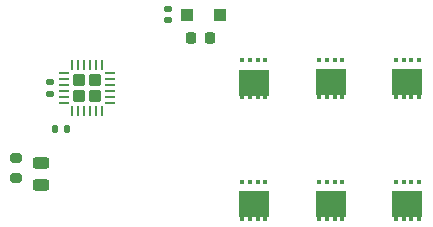
<source format=gbp>
G04 #@! TF.GenerationSoftware,KiCad,Pcbnew,6.0.1-79c1e3a40b~116~ubuntu21.04.1*
G04 #@! TF.CreationDate,2022-02-15T17:28:43-05:00*
G04 #@! TF.ProjectId,ESC_V5,4553435f-5635-42e6-9b69-6361645f7063,rev?*
G04 #@! TF.SameCoordinates,Original*
G04 #@! TF.FileFunction,Paste,Bot*
G04 #@! TF.FilePolarity,Positive*
%FSLAX46Y46*%
G04 Gerber Fmt 4.6, Leading zero omitted, Abs format (unit mm)*
G04 Created by KiCad (PCBNEW 6.0.1-79c1e3a40b~116~ubuntu21.04.1) date 2022-02-15 17:28:43*
%MOMM*%
%LPD*%
G01*
G04 APERTURE LIST*
G04 Aperture macros list*
%AMRoundRect*
0 Rectangle with rounded corners*
0 $1 Rounding radius*
0 $2 $3 $4 $5 $6 $7 $8 $9 X,Y pos of 4 corners*
0 Add a 4 corners polygon primitive as box body*
4,1,4,$2,$3,$4,$5,$6,$7,$8,$9,$2,$3,0*
0 Add four circle primitives for the rounded corners*
1,1,$1+$1,$2,$3*
1,1,$1+$1,$4,$5*
1,1,$1+$1,$6,$7*
1,1,$1+$1,$8,$9*
0 Add four rect primitives between the rounded corners*
20,1,$1+$1,$2,$3,$4,$5,0*
20,1,$1+$1,$4,$5,$6,$7,0*
20,1,$1+$1,$6,$7,$8,$9,0*
20,1,$1+$1,$8,$9,$2,$3,0*%
G04 Aperture macros list end*
%ADD10RoundRect,0.147500X-0.172500X0.147500X-0.172500X-0.147500X0.172500X-0.147500X0.172500X0.147500X0*%
%ADD11RoundRect,0.147500X-0.147500X-0.172500X0.147500X-0.172500X0.147500X0.172500X-0.147500X0.172500X0*%
%ADD12RoundRect,0.147500X0.172500X-0.147500X0.172500X0.147500X-0.172500X0.147500X-0.172500X-0.147500X0*%
%ADD13R,1.100000X1.100000*%
%ADD14RoundRect,0.250000X-0.275000X-0.275000X0.275000X-0.275000X0.275000X0.275000X-0.275000X0.275000X0*%
%ADD15RoundRect,0.062500X-0.350000X-0.062500X0.350000X-0.062500X0.350000X0.062500X-0.350000X0.062500X0*%
%ADD16RoundRect,0.062500X-0.062500X-0.350000X0.062500X-0.350000X0.062500X0.350000X-0.062500X0.350000X0*%
%ADD17R,0.400000X0.400000*%
%ADD18R,2.650000X2.200000*%
%ADD19RoundRect,0.218750X0.218750X0.256250X-0.218750X0.256250X-0.218750X-0.256250X0.218750X-0.256250X0*%
%ADD20RoundRect,0.200000X-0.275000X0.200000X-0.275000X-0.200000X0.275000X-0.200000X0.275000X0.200000X0*%
%ADD21RoundRect,0.243750X-0.456250X0.243750X-0.456250X-0.243750X0.456250X-0.243750X0.456250X0.243750X0*%
G04 APERTURE END LIST*
D10*
X126948000Y-147732000D03*
X126948000Y-148702000D03*
D11*
X127448000Y-151702000D03*
X128418000Y-151702000D03*
D12*
X137000000Y-142485000D03*
X137000000Y-141515000D03*
D13*
X141400000Y-142000000D03*
X138600000Y-142000000D03*
D14*
X129458000Y-148852000D03*
X130758000Y-148852000D03*
X129458000Y-147552000D03*
X130758000Y-147552000D03*
D15*
X128170500Y-149452000D03*
X128170500Y-148952000D03*
X128170500Y-148452000D03*
X128170500Y-147952000D03*
X128170500Y-147452000D03*
X128170500Y-146952000D03*
D16*
X128858000Y-146264500D03*
X129358000Y-146264500D03*
X129858000Y-146264500D03*
X130358000Y-146264500D03*
X130858000Y-146264500D03*
X131358000Y-146264500D03*
D15*
X132045500Y-146952000D03*
X132045500Y-147452000D03*
X132045500Y-147952000D03*
X132045500Y-148452000D03*
X132045500Y-148952000D03*
X132045500Y-149452000D03*
D16*
X131358000Y-150139500D03*
X130858000Y-150139500D03*
X130358000Y-150139500D03*
X129858000Y-150139500D03*
X129358000Y-150139500D03*
X128858000Y-150139500D03*
D17*
X144575000Y-156175000D03*
X143275000Y-156175000D03*
X143925000Y-156175000D03*
X145225000Y-156175000D03*
D18*
X144250000Y-158075000D03*
D17*
X145225000Y-159325000D03*
X144575000Y-159325000D03*
X143925000Y-159325000D03*
X143275000Y-159325000D03*
X151075000Y-156175000D03*
X150425000Y-156175000D03*
X149775000Y-156175000D03*
X151725000Y-156175000D03*
D18*
X150750000Y-158075000D03*
D17*
X151075000Y-159325000D03*
X150425000Y-159325000D03*
X149775000Y-159325000D03*
X151725000Y-159325000D03*
X157575000Y-156175000D03*
X156925000Y-156175000D03*
X156275000Y-156175000D03*
X158225000Y-156175000D03*
X158225000Y-159325000D03*
X156925000Y-159325000D03*
D18*
X157250000Y-158075000D03*
D17*
X157575000Y-159325000D03*
X156275000Y-159325000D03*
X144575000Y-145850000D03*
X143275000Y-145850000D03*
X143925000Y-145850000D03*
X145225000Y-145850000D03*
D18*
X144250000Y-147750000D03*
D17*
X143275000Y-149000000D03*
X144575000Y-149000000D03*
X145225000Y-149000000D03*
X143925000Y-149000000D03*
X151075000Y-145835000D03*
X150425000Y-145835000D03*
X149775000Y-145835000D03*
X151725000Y-145835000D03*
X151725000Y-148985000D03*
X151075000Y-148985000D03*
X149775000Y-148985000D03*
X150425000Y-148985000D03*
D18*
X150750000Y-147735000D03*
D17*
X156275000Y-145835000D03*
X157575000Y-145835000D03*
X156925000Y-145835000D03*
X158225000Y-145835000D03*
D18*
X157250000Y-147735000D03*
D17*
X156275000Y-148985000D03*
X157575000Y-148985000D03*
X156925000Y-148985000D03*
X158225000Y-148985000D03*
D19*
X140500000Y-144000000D03*
X138925000Y-144000000D03*
D20*
X124100000Y-154162500D03*
X124100000Y-155812500D03*
D21*
X126250000Y-154562500D03*
X126250000Y-156437500D03*
M02*

</source>
